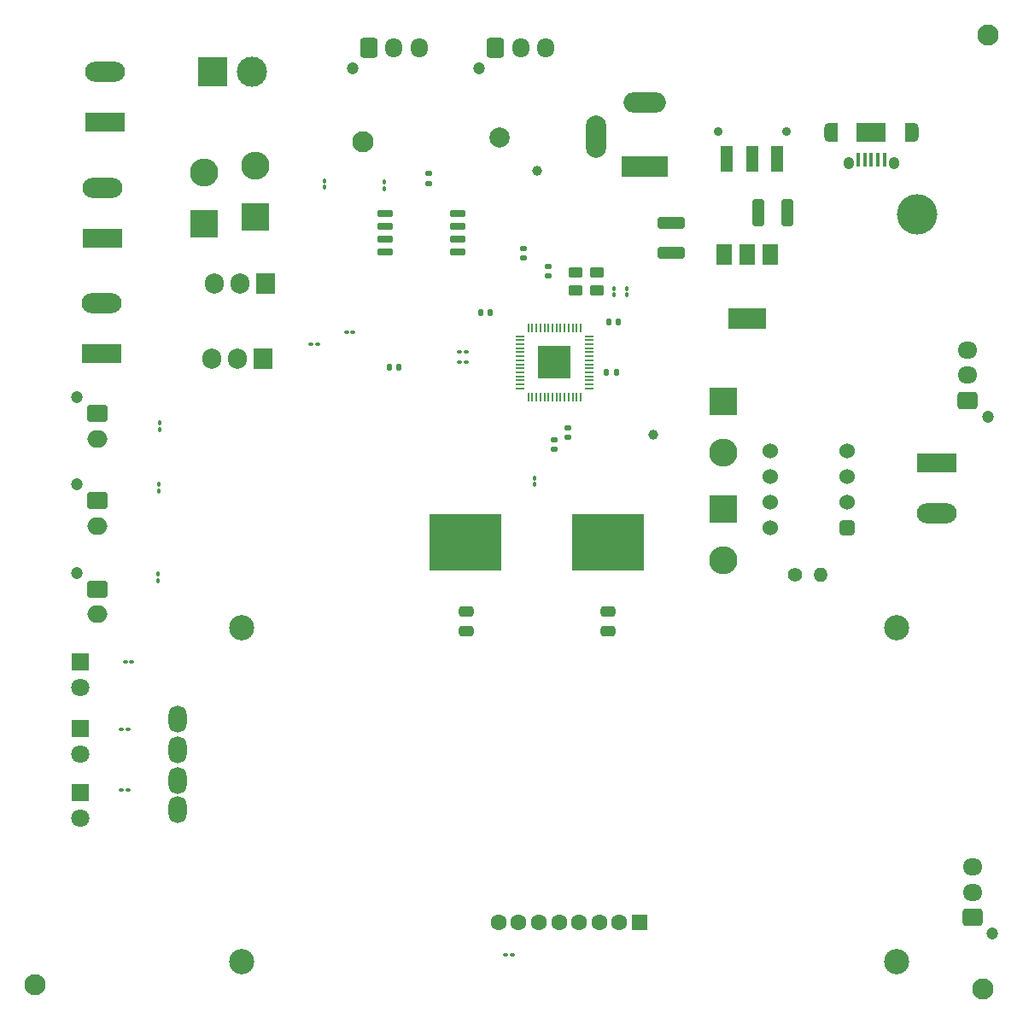
<source format=gbr>
%TF.GenerationSoftware,KiCad,Pcbnew,(6.0.7-1)-1*%
%TF.CreationDate,2022-10-11T16:14:11-05:00*%
%TF.ProjectId,Refill_Dispensary,52656669-6c6c-45f4-9469-7370656e7361,rev?*%
%TF.SameCoordinates,Original*%
%TF.FileFunction,Soldermask,Top*%
%TF.FilePolarity,Negative*%
%FSLAX46Y46*%
G04 Gerber Fmt 4.6, Leading zero omitted, Abs format (unit mm)*
G04 Created by KiCad (PCBNEW (6.0.7-1)-1) date 2022-10-11 16:14:11*
%MOMM*%
%LPD*%
G01*
G04 APERTURE LIST*
G04 Aperture macros list*
%AMRoundRect*
0 Rectangle with rounded corners*
0 $1 Rounding radius*
0 $2 $3 $4 $5 $6 $7 $8 $9 X,Y pos of 4 corners*
0 Add a 4 corners polygon primitive as box body*
4,1,4,$2,$3,$4,$5,$6,$7,$8,$9,$2,$3,0*
0 Add four circle primitives for the rounded corners*
1,1,$1+$1,$2,$3*
1,1,$1+$1,$4,$5*
1,1,$1+$1,$6,$7*
1,1,$1+$1,$8,$9*
0 Add four rect primitives between the rounded corners*
20,1,$1+$1,$2,$3,$4,$5,0*
20,1,$1+$1,$4,$5,$6,$7,0*
20,1,$1+$1,$6,$7,$8,$9,0*
20,1,$1+$1,$8,$9,$2,$3,0*%
G04 Aperture macros list end*
%ADD10R,7.175000X5.600000*%
%ADD11R,2.800000X2.800000*%
%ADD12O,2.800000X2.800000*%
%ADD13RoundRect,0.140000X-0.170000X0.140000X-0.170000X-0.140000X0.170000X-0.140000X0.170000X0.140000X0*%
%ADD14C,2.500000*%
%ADD15R,1.600000X1.600000*%
%ADD16C,1.600000*%
%ADD17O,1.800000X2.700000*%
%ADD18RoundRect,0.100000X0.130000X0.100000X-0.130000X0.100000X-0.130000X-0.100000X0.130000X-0.100000X0*%
%ADD19RoundRect,0.100000X-0.130000X-0.100000X0.130000X-0.100000X0.130000X0.100000X-0.130000X0.100000X0*%
%ADD20RoundRect,0.381000X0.381000X-0.381000X0.381000X0.381000X-0.381000X0.381000X-0.381000X-0.381000X0*%
%ADD21C,1.524000*%
%ADD22C,1.200000*%
%ADD23RoundRect,0.250000X0.725000X-0.600000X0.725000X0.600000X-0.725000X0.600000X-0.725000X-0.600000X0*%
%ADD24O,1.950000X1.700000*%
%ADD25R,4.600000X2.000000*%
%ADD26O,4.200000X2.000000*%
%ADD27O,2.000000X4.200000*%
%ADD28C,1.000000*%
%ADD29C,4.000000*%
%ADD30RoundRect,0.100000X-0.100000X0.130000X-0.100000X-0.130000X0.100000X-0.130000X0.100000X0.130000X0*%
%ADD31R,3.000000X3.000000*%
%ADD32C,3.000000*%
%ADD33RoundRect,0.140000X-0.140000X-0.170000X0.140000X-0.170000X0.140000X0.170000X-0.140000X0.170000X0*%
%ADD34R,3.960000X1.980000*%
%ADD35O,3.960000X1.980000*%
%ADD36RoundRect,0.250000X-0.600000X-0.725000X0.600000X-0.725000X0.600000X0.725000X-0.600000X0.725000X0*%
%ADD37O,1.700000X1.950000*%
%ADD38R,1.500000X2.000000*%
%ADD39R,3.800000X2.000000*%
%ADD40R,1.800000X1.800000*%
%ADD41C,1.800000*%
%ADD42C,2.100000*%
%ADD43RoundRect,0.250000X0.475000X-0.250000X0.475000X0.250000X-0.475000X0.250000X-0.475000X-0.250000X0*%
%ADD44C,1.400000*%
%ADD45O,1.400000X1.400000*%
%ADD46RoundRect,0.250000X-0.750000X0.600000X-0.750000X-0.600000X0.750000X-0.600000X0.750000X0.600000X0*%
%ADD47O,2.000000X1.700000*%
%ADD48RoundRect,0.140000X0.170000X-0.140000X0.170000X0.140000X-0.170000X0.140000X-0.170000X-0.140000X0*%
%ADD49R,0.400000X1.350000*%
%ADD50O,1.050000X1.250000*%
%ADD51O,1.000000X1.900000*%
%ADD52R,0.875000X1.900000*%
%ADD53R,2.900000X1.900000*%
%ADD54RoundRect,0.100000X0.100000X-0.130000X0.100000X0.130000X-0.100000X0.130000X-0.100000X-0.130000X0*%
%ADD55C,2.000000*%
%ADD56RoundRect,0.050000X-0.387500X-0.050000X0.387500X-0.050000X0.387500X0.050000X-0.387500X0.050000X0*%
%ADD57RoundRect,0.050000X-0.050000X-0.387500X0.050000X-0.387500X0.050000X0.387500X-0.050000X0.387500X0*%
%ADD58R,3.200000X3.200000*%
%ADD59RoundRect,0.250000X-0.450000X0.262500X-0.450000X-0.262500X0.450000X-0.262500X0.450000X0.262500X0*%
%ADD60C,0.900000*%
%ADD61R,1.250000X2.500000*%
%ADD62R,1.905000X2.000000*%
%ADD63O,1.905000X2.000000*%
%ADD64RoundRect,0.140000X0.140000X0.170000X-0.140000X0.170000X-0.140000X-0.170000X0.140000X-0.170000X0*%
%ADD65RoundRect,0.250000X-0.325000X-1.100000X0.325000X-1.100000X0.325000X1.100000X-0.325000X1.100000X0*%
%ADD66RoundRect,0.150000X-0.650000X-0.150000X0.650000X-0.150000X0.650000X0.150000X-0.650000X0.150000X0*%
%ADD67RoundRect,0.250000X-1.100000X0.325000X-1.100000X-0.325000X1.100000X-0.325000X1.100000X0.325000X0*%
G04 APERTURE END LIST*
D10*
%TO.C,Y1*%
X107647000Y-127381000D03*
X93472000Y-127381000D03*
%TD*%
D11*
%TO.C,D6*%
X119077000Y-113391750D03*
D12*
X119077000Y-118471750D03*
%TD*%
D13*
%TO.C,C16*%
X101660000Y-100000000D03*
X101660000Y-100960000D03*
%TD*%
D14*
%TO.C,U4*%
X71260000Y-135860000D03*
X71260000Y-168960000D03*
X136260000Y-168960000D03*
X136260000Y-135860000D03*
D15*
X110760000Y-165060000D03*
D16*
X108760000Y-165060000D03*
X106760000Y-165060000D03*
X104760000Y-165060000D03*
X102760000Y-165060000D03*
X100760000Y-165060000D03*
X98760000Y-165060000D03*
X96760000Y-165060000D03*
D17*
X64948800Y-153884400D03*
X64948800Y-144842000D03*
X64948800Y-147890000D03*
X64948800Y-150938000D03*
%TD*%
D18*
%TO.C,C14*%
X98130000Y-168270000D03*
X97490000Y-168270000D03*
%TD*%
D19*
%TO.C,R10*%
X92898000Y-108458000D03*
X93538000Y-108458000D03*
%TD*%
D20*
%TO.C,U5*%
X131318000Y-125903000D03*
D21*
X131318000Y-123363000D03*
X131318000Y-120823000D03*
X131318000Y-118283000D03*
X123698000Y-118283000D03*
X123698000Y-120823000D03*
X123698000Y-123363000D03*
X123698000Y-125903000D03*
%TD*%
D22*
%TO.C,J14*%
X145256000Y-114884000D03*
D23*
X143256000Y-113284000D03*
D24*
X143256000Y-110784000D03*
X143256000Y-108284000D03*
%TD*%
D19*
%TO.C,R13*%
X92898000Y-109474000D03*
X93538000Y-109474000D03*
%TD*%
D25*
%TO.C,J3*%
X111267000Y-90077500D03*
D26*
X111267000Y-83777500D03*
D27*
X106467000Y-87177500D03*
%TD*%
D18*
%TO.C,R14*%
X82340000Y-106560000D03*
X81700000Y-106560000D03*
%TD*%
%TO.C,R16*%
X78790000Y-107710000D03*
X78150000Y-107710000D03*
%TD*%
D28*
%TO.C,ADC*%
X112141000Y-116713000D03*
%TD*%
D29*
%TO.C,GND*%
X138303000Y-94869000D03*
%TD*%
D30*
%TO.C,R7*%
X79502000Y-91501000D03*
X79502000Y-92141000D03*
%TD*%
D31*
%TO.C,J4*%
X68412500Y-80700000D03*
D32*
X72292500Y-80700000D03*
%TD*%
D11*
%TO.C,D5*%
X67560000Y-95780051D03*
D12*
X67560000Y-90700051D03*
%TD*%
D33*
%TO.C,C15*%
X85950000Y-110020000D03*
X86910000Y-110020000D03*
%TD*%
D30*
%TO.C,R8*%
X85471000Y-91628000D03*
X85471000Y-92268000D03*
%TD*%
D18*
%TO.C,R1*%
X60412000Y-139175000D03*
X59772000Y-139175000D03*
%TD*%
D34*
%TO.C,J7*%
X57465500Y-97225000D03*
D35*
X57465500Y-92225000D03*
%TD*%
D22*
%TO.C,J9*%
X82290000Y-80345000D03*
D36*
X83890000Y-78345000D03*
D37*
X86390000Y-78345000D03*
X88890000Y-78345000D03*
%TD*%
D38*
%TO.C,U2*%
X123712000Y-98865500D03*
X121412000Y-98865500D03*
D39*
X121412000Y-105165500D03*
D38*
X119112000Y-98865500D03*
%TD*%
D18*
%TO.C,R2*%
X60012000Y-145868500D03*
X59372000Y-145868500D03*
%TD*%
D34*
%TO.C,J8*%
X57380000Y-108660000D03*
D35*
X57380000Y-103660000D03*
%TD*%
D40*
%TO.C,D3*%
X55325000Y-152150000D03*
D41*
X55325000Y-154690000D03*
%TD*%
D18*
%TO.C,R3*%
X60012000Y-151896000D03*
X59372000Y-151896000D03*
%TD*%
D40*
%TO.C,D1*%
X55325000Y-139170000D03*
D41*
X55325000Y-141710000D03*
%TD*%
D42*
%TO.C,H3*%
X145260000Y-77040000D03*
%TD*%
D40*
%TO.C,D2*%
X55325000Y-145800000D03*
D41*
X55325000Y-148340000D03*
%TD*%
D43*
%TO.C,C6*%
X107647000Y-136139000D03*
X107647000Y-134239000D03*
%TD*%
D44*
%TO.C,R12*%
X126163000Y-130602000D03*
D45*
X128703000Y-130602000D03*
%TD*%
D22*
%TO.C,J12*%
X54975000Y-112970000D03*
D46*
X56975000Y-114570000D03*
D47*
X56975000Y-117070000D03*
%TD*%
D42*
%TO.C,H4*%
X83300000Y-87660000D03*
%TD*%
%TO.C,H1*%
X50800000Y-171200000D03*
%TD*%
D48*
%TO.C,C4*%
X89830000Y-91760000D03*
X89830000Y-90800000D03*
%TD*%
D28*
%TO.C,12V*%
X100584000Y-90551000D03*
%TD*%
D43*
%TO.C,C5*%
X93550000Y-136139000D03*
X93550000Y-134239000D03*
%TD*%
D49*
%TO.C,J1*%
X132431000Y-89425500D03*
X133081000Y-89425500D03*
X133731000Y-89425500D03*
X134381000Y-89425500D03*
X135031000Y-89425500D03*
D50*
X135956000Y-89750500D03*
D51*
X129556000Y-86750500D03*
D50*
X131506000Y-89750500D03*
D52*
X137468500Y-86750500D03*
D51*
X137906000Y-86750500D03*
D52*
X129993500Y-86750500D03*
D53*
X133731000Y-86750500D03*
%TD*%
D54*
%TO.C,R11*%
X100330000Y-121641000D03*
X100330000Y-121001000D03*
%TD*%
D22*
%TO.C,J11*%
X54975000Y-130400000D03*
D46*
X56975000Y-132000000D03*
D47*
X56975000Y-134500000D03*
%TD*%
D55*
%TO.C,GND*%
X96901000Y-87249000D03*
%TD*%
D56*
%TO.C,U1*%
X98872000Y-106910000D03*
X98872000Y-107310000D03*
X98872000Y-107710000D03*
X98872000Y-108110000D03*
X98872000Y-108510000D03*
X98872000Y-108910000D03*
X98872000Y-109310000D03*
X98872000Y-109710000D03*
X98872000Y-110110000D03*
X98872000Y-110510000D03*
X98872000Y-110910000D03*
X98872000Y-111310000D03*
X98872000Y-111710000D03*
X98872000Y-112110000D03*
D57*
X99709500Y-112947500D03*
X100109500Y-112947500D03*
X100509500Y-112947500D03*
X100909500Y-112947500D03*
X101309500Y-112947500D03*
X101709500Y-112947500D03*
X102109500Y-112947500D03*
X102509500Y-112947500D03*
X102909500Y-112947500D03*
X103309500Y-112947500D03*
X103709500Y-112947500D03*
X104109500Y-112947500D03*
X104509500Y-112947500D03*
X104909500Y-112947500D03*
D56*
X105747000Y-112110000D03*
X105747000Y-111710000D03*
X105747000Y-111310000D03*
X105747000Y-110910000D03*
X105747000Y-110510000D03*
X105747000Y-110110000D03*
X105747000Y-109710000D03*
X105747000Y-109310000D03*
X105747000Y-108910000D03*
X105747000Y-108510000D03*
X105747000Y-108110000D03*
X105747000Y-107710000D03*
X105747000Y-107310000D03*
X105747000Y-106910000D03*
D57*
X104909500Y-106072500D03*
X104509500Y-106072500D03*
X104109500Y-106072500D03*
X103709500Y-106072500D03*
X103309500Y-106072500D03*
X102909500Y-106072500D03*
X102509500Y-106072500D03*
X102109500Y-106072500D03*
X101709500Y-106072500D03*
X101309500Y-106072500D03*
X100909500Y-106072500D03*
X100509500Y-106072500D03*
X100109500Y-106072500D03*
X99709500Y-106072500D03*
D58*
X102309500Y-109510000D03*
%TD*%
D59*
%TO.C,R9*%
X104394000Y-100560500D03*
X104394000Y-102385500D03*
%TD*%
D54*
%TO.C,C8*%
X108204000Y-102809000D03*
X108204000Y-102169000D03*
%TD*%
D60*
%TO.C,SW4*%
X118520000Y-86623500D03*
X125320000Y-86623500D03*
D61*
X124420000Y-89373500D03*
X121920000Y-89373500D03*
X119420000Y-89373500D03*
%TD*%
D62*
%TO.C,Q2*%
X73370000Y-109165000D03*
D63*
X70830000Y-109165000D03*
X68290000Y-109165000D03*
%TD*%
D48*
%TO.C,C11*%
X102270000Y-118120000D03*
X102270000Y-117160000D03*
%TD*%
D64*
%TO.C,C10*%
X108430000Y-110490000D03*
X107470000Y-110490000D03*
%TD*%
D11*
%TO.C,D4*%
X72650000Y-95090000D03*
D12*
X72650000Y-90010000D03*
%TD*%
D54*
%TO.C,C12*%
X109474000Y-102809000D03*
X109474000Y-102169000D03*
%TD*%
D34*
%TO.C,J5*%
X57710000Y-85725000D03*
D35*
X57710000Y-80725000D03*
%TD*%
D30*
%TO.C,R4*%
X63207500Y-115504000D03*
X63207500Y-116144000D03*
%TD*%
D33*
%TO.C,C13*%
X95010000Y-104560000D03*
X95970000Y-104560000D03*
%TD*%
D42*
%TO.C,H2*%
X144770000Y-171640000D03*
%TD*%
D11*
%TO.C,D7*%
X119077000Y-124059750D03*
D12*
X119077000Y-129139750D03*
%TD*%
D22*
%TO.C,J13*%
X145747000Y-166152000D03*
D23*
X143747000Y-164552000D03*
D24*
X143747000Y-162052000D03*
X143747000Y-159552000D03*
%TD*%
D54*
%TO.C,R6*%
X63037500Y-131150000D03*
X63037500Y-130510000D03*
%TD*%
D65*
%TO.C,C2*%
X122477000Y-94649500D03*
X125427000Y-94649500D03*
%TD*%
D66*
%TO.C,U3*%
X85554000Y-94742000D03*
X85554000Y-96012000D03*
X85554000Y-97282000D03*
X85554000Y-98552000D03*
X92754000Y-98552000D03*
X92754000Y-97282000D03*
X92754000Y-96012000D03*
X92754000Y-94742000D03*
%TD*%
D59*
%TO.C,R15*%
X106553000Y-100560500D03*
X106553000Y-102385500D03*
%TD*%
D64*
%TO.C,C9*%
X108660000Y-105500000D03*
X107700000Y-105500000D03*
%TD*%
D22*
%TO.C,J10*%
X54975000Y-121630000D03*
D46*
X56975000Y-123230000D03*
D47*
X56975000Y-125730000D03*
%TD*%
D34*
%TO.C,J6*%
X140208000Y-119460000D03*
D35*
X140208000Y-124460000D03*
%TD*%
D54*
%TO.C,R5*%
X63067500Y-122280000D03*
X63067500Y-121640000D03*
%TD*%
D13*
%TO.C,C1*%
X99230000Y-98241500D03*
X99230000Y-99201500D03*
%TD*%
D22*
%TO.C,J2*%
X94870000Y-80345000D03*
D36*
X96470000Y-78345000D03*
D37*
X98970000Y-78345000D03*
X101470000Y-78345000D03*
%TD*%
D48*
%TO.C,C7*%
X103632000Y-116939000D03*
X103632000Y-115979000D03*
%TD*%
D62*
%TO.C,Q1*%
X73690000Y-101720000D03*
D63*
X71150000Y-101720000D03*
X68610000Y-101720000D03*
%TD*%
D67*
%TO.C,C3*%
X113920000Y-95700000D03*
X113920000Y-98650000D03*
%TD*%
M02*

</source>
